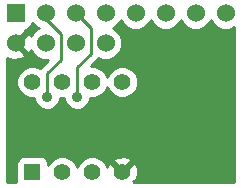
<source format=gbl>
G04 (created by PCBNEW (2013-07-07 BZR 4022)-stable) date 15/01/2015 17:01:17*
%MOIN*%
G04 Gerber Fmt 3.4, Leading zero omitted, Abs format*
%FSLAX34Y34*%
G01*
G70*
G90*
G04 APERTURE LIST*
%ADD10C,0.00590551*%
%ADD11R,0.06X0.06*%
%ADD12C,0.06*%
%ADD13R,0.055X0.055*%
%ADD14C,0.055*%
%ADD15C,0.035*%
%ADD16C,0.01*%
G04 APERTURE END LIST*
G54D10*
G54D11*
X67450Y-36800D03*
G54D12*
X73450Y-36800D03*
X68450Y-36800D03*
X74450Y-36800D03*
X69450Y-36800D03*
X70450Y-36800D03*
X71450Y-36800D03*
X72450Y-36800D03*
X70450Y-37800D03*
X69450Y-37800D03*
X68450Y-37800D03*
X67450Y-37800D03*
G54D13*
X68000Y-42100D03*
G54D14*
X69000Y-42100D03*
X70000Y-42100D03*
X71000Y-42100D03*
X71000Y-39100D03*
X70000Y-39100D03*
X69000Y-39100D03*
X68000Y-39100D03*
G54D15*
X68500Y-39600D03*
X69500Y-39600D03*
G54D16*
X68450Y-36800D02*
X68450Y-37000D01*
X68500Y-38800D02*
X68500Y-39600D01*
X68950Y-38350D02*
X68500Y-38800D01*
X68950Y-37500D02*
X68950Y-38350D01*
X68450Y-37000D02*
X68950Y-37500D01*
X69950Y-37300D02*
X69450Y-36800D01*
X69950Y-37600D02*
X69950Y-37300D01*
X69950Y-38150D02*
X69950Y-37600D01*
X69500Y-38600D02*
X69950Y-38150D01*
X69500Y-39600D02*
X69500Y-38600D01*
G54D10*
G36*
X74730Y-42430D02*
X71529Y-42430D01*
X71401Y-42430D01*
X71367Y-42397D01*
X71460Y-42372D01*
X71529Y-42175D01*
X71518Y-41967D01*
X71460Y-41827D01*
X71367Y-41802D01*
X71297Y-41873D01*
X71297Y-41732D01*
X71272Y-41639D01*
X71075Y-41570D01*
X70867Y-41581D01*
X70727Y-41639D01*
X70702Y-41732D01*
X71000Y-42029D01*
X71297Y-41732D01*
X71297Y-41873D01*
X71070Y-42100D01*
X71076Y-42105D01*
X71005Y-42176D01*
X71000Y-42170D01*
X70994Y-42176D01*
X70923Y-42105D01*
X70929Y-42100D01*
X70632Y-41802D01*
X70539Y-41827D01*
X70500Y-41937D01*
X70445Y-41803D01*
X70297Y-41655D01*
X70104Y-41575D01*
X69896Y-41574D01*
X69703Y-41654D01*
X69555Y-41802D01*
X69499Y-41935D01*
X69445Y-41803D01*
X69297Y-41655D01*
X69104Y-41575D01*
X68896Y-41574D01*
X68703Y-41654D01*
X68555Y-41802D01*
X68525Y-41874D01*
X68525Y-41775D01*
X68487Y-41683D01*
X68416Y-41613D01*
X68324Y-41575D01*
X68225Y-41574D01*
X67675Y-41574D01*
X67583Y-41612D01*
X67513Y-41683D01*
X67475Y-41775D01*
X67474Y-41874D01*
X67474Y-42424D01*
X67477Y-42430D01*
X67169Y-42430D01*
X67169Y-38283D01*
X67368Y-38354D01*
X67586Y-38343D01*
X67737Y-38281D01*
X67765Y-38185D01*
X67450Y-37870D01*
X67444Y-37876D01*
X67373Y-37805D01*
X67379Y-37800D01*
X67373Y-37794D01*
X67444Y-37723D01*
X67450Y-37729D01*
X67765Y-37414D01*
X67746Y-37350D01*
X67799Y-37350D01*
X67891Y-37312D01*
X67961Y-37241D01*
X67999Y-37149D01*
X67999Y-37127D01*
X68138Y-37265D01*
X68219Y-37299D01*
X68138Y-37333D01*
X67984Y-37488D01*
X67952Y-37563D01*
X67931Y-37512D01*
X67835Y-37484D01*
X67520Y-37800D01*
X67835Y-38115D01*
X67931Y-38087D01*
X67950Y-38032D01*
X67983Y-38111D01*
X68138Y-38265D01*
X68340Y-38349D01*
X68525Y-38350D01*
X68287Y-38587D01*
X68254Y-38637D01*
X68104Y-38575D01*
X67896Y-38574D01*
X67703Y-38654D01*
X67555Y-38802D01*
X67475Y-38995D01*
X67474Y-39203D01*
X67554Y-39397D01*
X67702Y-39544D01*
X67895Y-39624D01*
X68074Y-39625D01*
X68074Y-39684D01*
X68139Y-39840D01*
X68258Y-39960D01*
X68415Y-40024D01*
X68584Y-40025D01*
X68740Y-39960D01*
X68860Y-39841D01*
X68924Y-39684D01*
X68924Y-39624D01*
X69074Y-39625D01*
X69074Y-39684D01*
X69139Y-39840D01*
X69258Y-39960D01*
X69415Y-40024D01*
X69584Y-40025D01*
X69740Y-39960D01*
X69860Y-39841D01*
X69924Y-39684D01*
X69924Y-39624D01*
X70103Y-39625D01*
X70297Y-39545D01*
X70444Y-39397D01*
X70500Y-39264D01*
X70554Y-39397D01*
X70702Y-39544D01*
X70895Y-39624D01*
X71103Y-39625D01*
X71297Y-39545D01*
X71444Y-39397D01*
X71524Y-39204D01*
X71525Y-38996D01*
X71445Y-38803D01*
X71297Y-38655D01*
X71104Y-38575D01*
X70896Y-38574D01*
X70703Y-38654D01*
X70555Y-38802D01*
X70499Y-38935D01*
X70445Y-38803D01*
X70297Y-38655D01*
X70104Y-38575D01*
X69949Y-38574D01*
X70162Y-38362D01*
X70207Y-38294D01*
X70340Y-38349D01*
X70558Y-38350D01*
X70761Y-38266D01*
X70915Y-38111D01*
X70999Y-37909D01*
X71000Y-37691D01*
X70916Y-37488D01*
X70761Y-37334D01*
X70680Y-37300D01*
X70761Y-37266D01*
X70915Y-37111D01*
X70949Y-37030D01*
X70983Y-37111D01*
X71138Y-37265D01*
X71340Y-37349D01*
X71558Y-37350D01*
X71761Y-37266D01*
X71915Y-37111D01*
X71949Y-37030D01*
X71983Y-37111D01*
X72138Y-37265D01*
X72340Y-37349D01*
X72558Y-37350D01*
X72761Y-37266D01*
X72915Y-37111D01*
X72949Y-37030D01*
X72983Y-37111D01*
X73138Y-37265D01*
X73340Y-37349D01*
X73558Y-37350D01*
X73761Y-37266D01*
X73915Y-37111D01*
X73949Y-37030D01*
X73983Y-37111D01*
X74138Y-37265D01*
X74340Y-37349D01*
X74558Y-37350D01*
X74730Y-37279D01*
X74730Y-42430D01*
X74730Y-42430D01*
G37*
G54D16*
X74730Y-42430D02*
X71529Y-42430D01*
X71401Y-42430D01*
X71367Y-42397D01*
X71460Y-42372D01*
X71529Y-42175D01*
X71518Y-41967D01*
X71460Y-41827D01*
X71367Y-41802D01*
X71297Y-41873D01*
X71297Y-41732D01*
X71272Y-41639D01*
X71075Y-41570D01*
X70867Y-41581D01*
X70727Y-41639D01*
X70702Y-41732D01*
X71000Y-42029D01*
X71297Y-41732D01*
X71297Y-41873D01*
X71070Y-42100D01*
X71076Y-42105D01*
X71005Y-42176D01*
X71000Y-42170D01*
X70994Y-42176D01*
X70923Y-42105D01*
X70929Y-42100D01*
X70632Y-41802D01*
X70539Y-41827D01*
X70500Y-41937D01*
X70445Y-41803D01*
X70297Y-41655D01*
X70104Y-41575D01*
X69896Y-41574D01*
X69703Y-41654D01*
X69555Y-41802D01*
X69499Y-41935D01*
X69445Y-41803D01*
X69297Y-41655D01*
X69104Y-41575D01*
X68896Y-41574D01*
X68703Y-41654D01*
X68555Y-41802D01*
X68525Y-41874D01*
X68525Y-41775D01*
X68487Y-41683D01*
X68416Y-41613D01*
X68324Y-41575D01*
X68225Y-41574D01*
X67675Y-41574D01*
X67583Y-41612D01*
X67513Y-41683D01*
X67475Y-41775D01*
X67474Y-41874D01*
X67474Y-42424D01*
X67477Y-42430D01*
X67169Y-42430D01*
X67169Y-38283D01*
X67368Y-38354D01*
X67586Y-38343D01*
X67737Y-38281D01*
X67765Y-38185D01*
X67450Y-37870D01*
X67444Y-37876D01*
X67373Y-37805D01*
X67379Y-37800D01*
X67373Y-37794D01*
X67444Y-37723D01*
X67450Y-37729D01*
X67765Y-37414D01*
X67746Y-37350D01*
X67799Y-37350D01*
X67891Y-37312D01*
X67961Y-37241D01*
X67999Y-37149D01*
X67999Y-37127D01*
X68138Y-37265D01*
X68219Y-37299D01*
X68138Y-37333D01*
X67984Y-37488D01*
X67952Y-37563D01*
X67931Y-37512D01*
X67835Y-37484D01*
X67520Y-37800D01*
X67835Y-38115D01*
X67931Y-38087D01*
X67950Y-38032D01*
X67983Y-38111D01*
X68138Y-38265D01*
X68340Y-38349D01*
X68525Y-38350D01*
X68287Y-38587D01*
X68254Y-38637D01*
X68104Y-38575D01*
X67896Y-38574D01*
X67703Y-38654D01*
X67555Y-38802D01*
X67475Y-38995D01*
X67474Y-39203D01*
X67554Y-39397D01*
X67702Y-39544D01*
X67895Y-39624D01*
X68074Y-39625D01*
X68074Y-39684D01*
X68139Y-39840D01*
X68258Y-39960D01*
X68415Y-40024D01*
X68584Y-40025D01*
X68740Y-39960D01*
X68860Y-39841D01*
X68924Y-39684D01*
X68924Y-39624D01*
X69074Y-39625D01*
X69074Y-39684D01*
X69139Y-39840D01*
X69258Y-39960D01*
X69415Y-40024D01*
X69584Y-40025D01*
X69740Y-39960D01*
X69860Y-39841D01*
X69924Y-39684D01*
X69924Y-39624D01*
X70103Y-39625D01*
X70297Y-39545D01*
X70444Y-39397D01*
X70500Y-39264D01*
X70554Y-39397D01*
X70702Y-39544D01*
X70895Y-39624D01*
X71103Y-39625D01*
X71297Y-39545D01*
X71444Y-39397D01*
X71524Y-39204D01*
X71525Y-38996D01*
X71445Y-38803D01*
X71297Y-38655D01*
X71104Y-38575D01*
X70896Y-38574D01*
X70703Y-38654D01*
X70555Y-38802D01*
X70499Y-38935D01*
X70445Y-38803D01*
X70297Y-38655D01*
X70104Y-38575D01*
X69949Y-38574D01*
X70162Y-38362D01*
X70207Y-38294D01*
X70340Y-38349D01*
X70558Y-38350D01*
X70761Y-38266D01*
X70915Y-38111D01*
X70999Y-37909D01*
X71000Y-37691D01*
X70916Y-37488D01*
X70761Y-37334D01*
X70680Y-37300D01*
X70761Y-37266D01*
X70915Y-37111D01*
X70949Y-37030D01*
X70983Y-37111D01*
X71138Y-37265D01*
X71340Y-37349D01*
X71558Y-37350D01*
X71761Y-37266D01*
X71915Y-37111D01*
X71949Y-37030D01*
X71983Y-37111D01*
X72138Y-37265D01*
X72340Y-37349D01*
X72558Y-37350D01*
X72761Y-37266D01*
X72915Y-37111D01*
X72949Y-37030D01*
X72983Y-37111D01*
X73138Y-37265D01*
X73340Y-37349D01*
X73558Y-37350D01*
X73761Y-37266D01*
X73915Y-37111D01*
X73949Y-37030D01*
X73983Y-37111D01*
X74138Y-37265D01*
X74340Y-37349D01*
X74558Y-37350D01*
X74730Y-37279D01*
X74730Y-42430D01*
M02*

</source>
